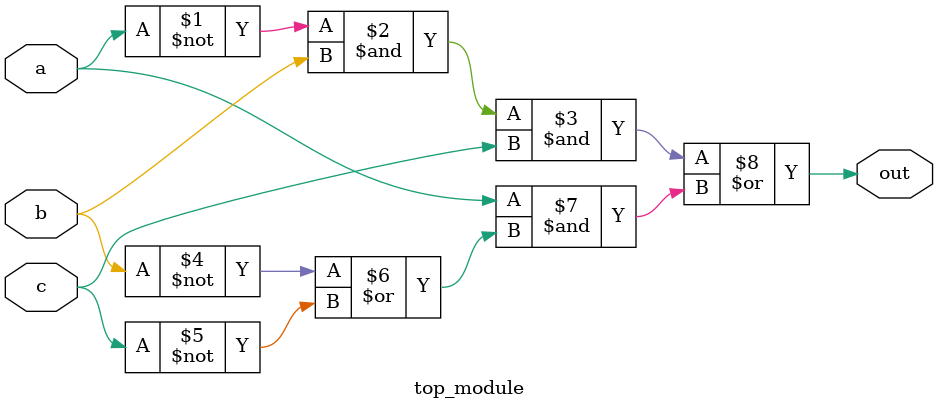
<source format=sv>
module top_module(
  input a, 
  input b,
  input c,
  output out
);

  assign out = (~a & b & c) | (a & (~b | ~c));

endmodule

</source>
